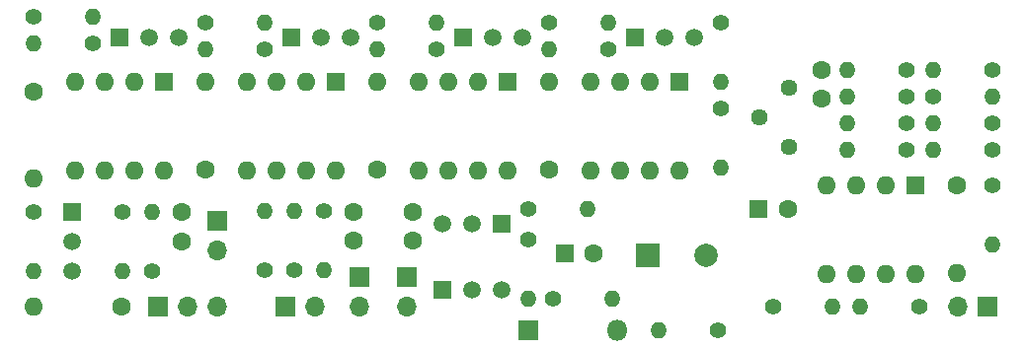
<source format=gbs>
G04 #@! TF.GenerationSoftware,KiCad,Pcbnew,8.0.2-8.0.2-0~ubuntu22.04.1*
G04 #@! TF.CreationDate,2024-06-08T14:45:23+02:00*
G04 #@! TF.ProjectId,schematic,73636865-6d61-4746-9963-2e6b69636164,rev?*
G04 #@! TF.SameCoordinates,Original*
G04 #@! TF.FileFunction,Soldermask,Bot*
G04 #@! TF.FilePolarity,Negative*
%FSLAX46Y46*%
G04 Gerber Fmt 4.6, Leading zero omitted, Abs format (unit mm)*
G04 Created by KiCad (PCBNEW 8.0.2-8.0.2-0~ubuntu22.04.1) date 2024-06-08 14:45:23*
%MOMM*%
%LPD*%
G01*
G04 APERTURE LIST*
%ADD10R,1.500000X1.500000*%
%ADD11C,1.500000*%
%ADD12C,1.400000*%
%ADD13O,1.400000X1.400000*%
%ADD14R,1.700000X1.700000*%
%ADD15O,1.700000X1.700000*%
%ADD16R,1.600000X1.600000*%
%ADD17O,1.600000X1.600000*%
%ADD18C,1.600000*%
%ADD19R,2.000000X2.000000*%
%ADD20C,2.000000*%
%ADD21C,1.440000*%
%ADD22R,1.800000X1.800000*%
%ADD23O,1.800000X1.800000*%
G04 APERTURE END LIST*
D10*
G04 #@! TO.C,Q7*
X92456000Y-115422000D03*
D11*
X94996000Y-115422000D03*
X97536000Y-115422000D03*
G04 #@! TD*
D12*
G04 #@! TO.C,R21*
X139573000Y-96520000D03*
D13*
X134493000Y-96520000D03*
G04 #@! TD*
D14*
G04 #@! TO.C,SW2*
X89408000Y-114300000D03*
D15*
X89408000Y-116840000D03*
G04 #@! TD*
D12*
G04 #@! TO.C,R31*
X139573000Y-101092000D03*
D13*
X134493000Y-101092000D03*
G04 #@! TD*
D12*
G04 #@! TO.C,R22*
X139573000Y-103378000D03*
D13*
X134493000Y-103378000D03*
G04 #@! TD*
D16*
G04 #@! TO.C,U1*
X68580000Y-97536000D03*
D17*
X66040000Y-97536000D03*
X63500000Y-97536000D03*
X60960000Y-97536000D03*
X60960000Y-105156000D03*
X63500000Y-105156000D03*
X66040000Y-105156000D03*
X68580000Y-105156000D03*
G04 #@! TD*
D10*
G04 #@! TO.C,Q2*
X64770000Y-93726000D03*
D11*
X67310000Y-93726000D03*
X69850000Y-93726000D03*
G04 #@! TD*
D12*
G04 #@! TO.C,R15*
X67564000Y-113792000D03*
D13*
X67564000Y-108712000D03*
G04 #@! TD*
D12*
G04 #@! TO.C,R9*
X106680000Y-94742000D03*
D13*
X101600000Y-94742000D03*
G04 #@! TD*
D12*
G04 #@! TO.C,R24*
X139573000Y-106426000D03*
D13*
X139573000Y-111506000D03*
G04 #@! TD*
D18*
G04 #@! TO.C,C12*
X136525000Y-106436000D03*
D17*
X136525000Y-113936000D03*
G04 #@! TD*
D12*
G04 #@! TO.C,R25*
X132207000Y-103378000D03*
D13*
X127127000Y-103378000D03*
G04 #@! TD*
D19*
G04 #@! TO.C,C10*
X110011200Y-112445800D03*
D20*
X115011200Y-112445800D03*
G04 #@! TD*
D18*
G04 #@! TO.C,C1*
X57404000Y-98358000D03*
D17*
X57404000Y-105858000D03*
G04 #@! TD*
D12*
G04 #@! TO.C,R4*
X72136000Y-92456000D03*
D13*
X77216000Y-92456000D03*
G04 #@! TD*
D12*
G04 #@! TO.C,R18*
X116078000Y-118872000D03*
D13*
X110998000Y-118872000D03*
G04 #@! TD*
D21*
G04 #@! TO.C,RV3*
X122174000Y-103124000D03*
X119634000Y-100584000D03*
X122174000Y-98044000D03*
G04 #@! TD*
D16*
G04 #@! TO.C,U5*
X132959000Y-106436000D03*
D17*
X130419000Y-106436000D03*
X127879000Y-106436000D03*
X125339000Y-106436000D03*
X125339000Y-114056000D03*
X127879000Y-114056000D03*
X130419000Y-114056000D03*
X132959000Y-114056000D03*
G04 #@! TD*
D10*
G04 #@! TO.C,Q1*
X97536000Y-109728000D03*
D11*
X94996000Y-109728000D03*
X92456000Y-109728000D03*
G04 #@! TD*
D12*
G04 #@! TO.C,R14*
X57404000Y-108712000D03*
D13*
X57404000Y-113792000D03*
G04 #@! TD*
D10*
G04 #@! TO.C,Q4*
X94234000Y-93726000D03*
D11*
X96774000Y-93726000D03*
X99314000Y-93726000D03*
G04 #@! TD*
D14*
G04 #@! TO.C,RV2*
X139192000Y-116840000D03*
D15*
X136652000Y-116840000D03*
G04 #@! TD*
D10*
G04 #@! TO.C,Q6*
X60706000Y-108712000D03*
D11*
X60706000Y-111252000D03*
X60706000Y-113792000D03*
G04 #@! TD*
D12*
G04 #@! TO.C,R13*
X116332000Y-99822000D03*
D13*
X116332000Y-104902000D03*
G04 #@! TD*
D12*
G04 #@! TO.C,R16*
X99822000Y-108458000D03*
D13*
X104902000Y-108458000D03*
G04 #@! TD*
D12*
G04 #@! TO.C,R29*
X132207000Y-101092000D03*
D13*
X127127000Y-101092000D03*
G04 #@! TD*
D18*
G04 #@! TO.C,C5*
X89916000Y-108712000D03*
X89916000Y-111212000D03*
G04 #@! TD*
D22*
G04 #@! TO.C,D1*
X99822000Y-118872000D03*
D23*
X107442000Y-118872000D03*
G04 #@! TD*
D12*
G04 #@! TO.C,R8*
X101600000Y-92456000D03*
D13*
X106680000Y-92456000D03*
G04 #@! TD*
D15*
G04 #@! TO.C,J2*
X70627000Y-116840000D03*
X73167000Y-116840000D03*
D14*
X68087000Y-116840000D03*
G04 #@! TD*
D12*
G04 #@! TO.C,R11*
X82296000Y-108672000D03*
D13*
X82296000Y-113752000D03*
G04 #@! TD*
D18*
G04 #@! TO.C,C11*
X124968000Y-96520000D03*
X124968000Y-99020000D03*
G04 #@! TD*
D12*
G04 #@! TO.C,R19*
X99822000Y-111104000D03*
D13*
X99822000Y-116184000D03*
G04 #@! TD*
D18*
G04 #@! TO.C,C7*
X70104000Y-108752000D03*
X70104000Y-111252000D03*
G04 #@! TD*
D10*
G04 #@! TO.C,Q5*
X108966000Y-93726000D03*
D11*
X111506000Y-93726000D03*
X114046000Y-93726000D03*
G04 #@! TD*
D18*
G04 #@! TO.C,C8*
X64904000Y-116840000D03*
D17*
X57404000Y-116840000D03*
G04 #@! TD*
D18*
G04 #@! TO.C,C6*
X84836000Y-108712000D03*
X84836000Y-111212000D03*
G04 #@! TD*
G04 #@! TO.C,C2*
X72136000Y-105036000D03*
D17*
X72136000Y-97536000D03*
G04 #@! TD*
D12*
G04 #@! TO.C,R3*
X62484000Y-94234000D03*
D13*
X57404000Y-94234000D03*
G04 #@! TD*
D12*
G04 #@! TO.C,R23*
X120777000Y-116840000D03*
D13*
X125857000Y-116840000D03*
G04 #@! TD*
D18*
G04 #@! TO.C,C4*
X101600000Y-105036000D03*
D17*
X101600000Y-97536000D03*
G04 #@! TD*
D16*
G04 #@! TO.C,U4*
X112776000Y-97536000D03*
D17*
X110236000Y-97536000D03*
X107696000Y-97536000D03*
X105156000Y-97536000D03*
X105156000Y-105156000D03*
X107696000Y-105156000D03*
X110236000Y-105156000D03*
X112776000Y-105156000D03*
G04 #@! TD*
D12*
G04 #@! TO.C,R20*
X132207000Y-96520000D03*
D13*
X127127000Y-96520000D03*
G04 #@! TD*
D12*
G04 #@! TO.C,R17*
X101904800Y-116128800D03*
D13*
X106984800Y-116128800D03*
G04 #@! TD*
D12*
G04 #@! TO.C,R1*
X57404000Y-91948000D03*
D13*
X62484000Y-91948000D03*
G04 #@! TD*
D16*
G04 #@! TO.C,C9*
X102934888Y-112268000D03*
D18*
X105434888Y-112268000D03*
G04 #@! TD*
D16*
G04 #@! TO.C,C14*
X119547000Y-108458000D03*
D18*
X122047000Y-108458000D03*
G04 #@! TD*
D12*
G04 #@! TO.C,R7*
X91948000Y-94742000D03*
D13*
X86868000Y-94742000D03*
G04 #@! TD*
D12*
G04 #@! TO.C,R6*
X86868000Y-92456000D03*
D13*
X91948000Y-92456000D03*
G04 #@! TD*
D18*
G04 #@! TO.C,C3*
X86868000Y-105036000D03*
D17*
X86868000Y-97536000D03*
G04 #@! TD*
D10*
G04 #@! TO.C,Q3*
X79502000Y-93726000D03*
D11*
X82042000Y-93726000D03*
X84582000Y-93726000D03*
G04 #@! TD*
D12*
G04 #@! TO.C,R28*
X132207000Y-98806000D03*
D13*
X127127000Y-98806000D03*
G04 #@! TD*
D12*
G04 #@! TO.C,R12*
X116332000Y-92456000D03*
D13*
X116332000Y-97536000D03*
G04 #@! TD*
D12*
G04 #@! TO.C,R5*
X77216000Y-94742000D03*
D13*
X72136000Y-94742000D03*
G04 #@! TD*
D16*
G04 #@! TO.C,U2*
X83312000Y-97536000D03*
D17*
X80772000Y-97536000D03*
X78232000Y-97536000D03*
X75692000Y-97536000D03*
X75692000Y-105156000D03*
X78232000Y-105156000D03*
X80772000Y-105156000D03*
X83312000Y-105156000D03*
G04 #@! TD*
D12*
G04 #@! TO.C,R26*
X133350000Y-116840000D03*
D13*
X128270000Y-116840000D03*
G04 #@! TD*
D12*
G04 #@! TO.C,R10*
X79756000Y-113752000D03*
D13*
X79756000Y-108672000D03*
G04 #@! TD*
D12*
G04 #@! TO.C,R27*
X65024000Y-108712000D03*
D13*
X65024000Y-113792000D03*
G04 #@! TD*
D14*
G04 #@! TO.C,BT1*
X73152000Y-109469000D03*
D15*
X73152000Y-112009000D03*
G04 #@! TD*
G04 #@! TO.C,J1*
X81534000Y-116840000D03*
D14*
X78994000Y-116840000D03*
G04 #@! TD*
D16*
G04 #@! TO.C,U3*
X98044000Y-97536000D03*
D17*
X95504000Y-97536000D03*
X92964000Y-97536000D03*
X90424000Y-97536000D03*
X90424000Y-105156000D03*
X92964000Y-105156000D03*
X95504000Y-105156000D03*
X98044000Y-105156000D03*
G04 #@! TD*
D12*
G04 #@! TO.C,R2*
X77216000Y-113752000D03*
D13*
X77216000Y-108672000D03*
G04 #@! TD*
D12*
G04 #@! TO.C,R30*
X134493000Y-98806000D03*
D13*
X139573000Y-98806000D03*
G04 #@! TD*
D14*
G04 #@! TO.C,RV1*
X85344000Y-114300000D03*
D15*
X85344000Y-116840000D03*
G04 #@! TD*
M02*

</source>
